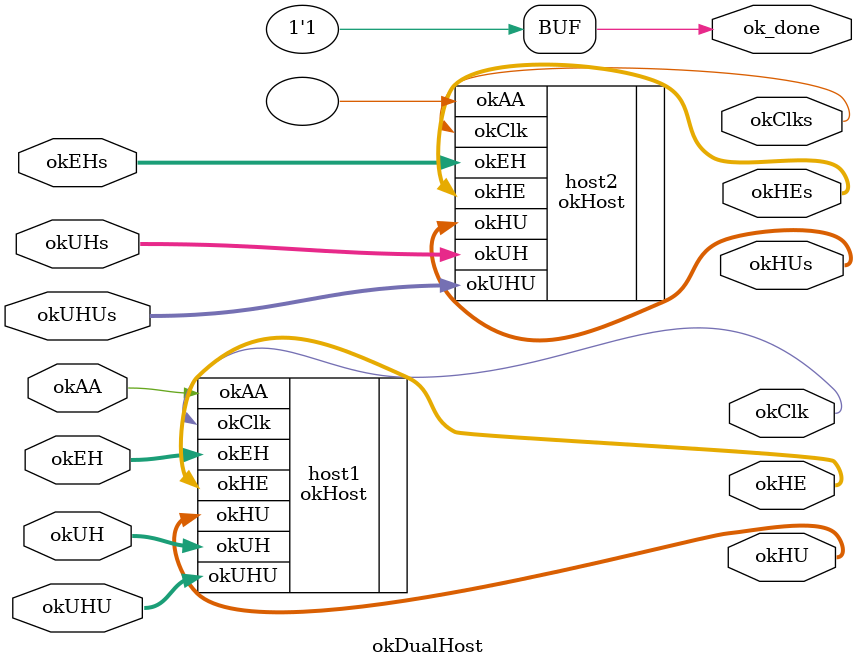
<source format=v>

`default_nettype none
`timescale 1ns / 1ps

module okDualHost
	(
	input  wire [4:0]   okUH,
	output wire [2:0]   okHU,
	inout  wire [31:0]  okUHU,
	input  wire [4:0]   okUHs,
	output wire [2:0]   okHUs,
	inout  wire [31:0]  okUHUs,
	inout  wire         okAA,
	output wire         okClk,
	output wire [112:0] okHE,
	input  wire [64:0]  okEH,
	output wire         okClks,
	output wire [112:0] okHEs,
	input  wire [64:0]  okEHs,
	output reg          ok_done
	);

always @(*) begin
	ok_done <= 1'b1;
end

okHost host1(
	.okUH  (okUH),
	.okHU  (okHU),
	.okUHU (okUHU),
	.okAA  (okAA),
	.okClk (okClk),
	.okHE  (okHE),
	.okEH  (okEH)
);

okHost host2(
	.okUH  (okUHs),
	.okHU  (okHUs),
	.okUHU (okUHUs),
	.okAA  (),
	.okClk (okClks),
	.okHE  (okHEs),
	.okEH  (okEHs)
);

endmodule


</source>
